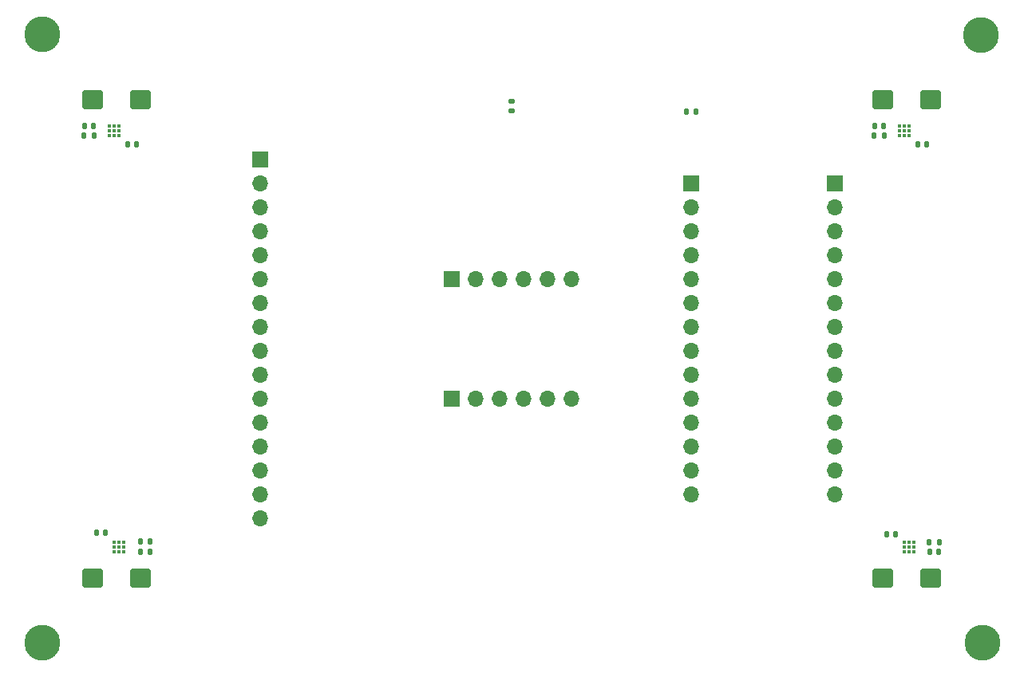
<source format=gbr>
%TF.GenerationSoftware,KiCad,Pcbnew,(5.99.0-12298-gc84619cd7f)*%
%TF.CreationDate,2021-09-28T06:55:20-06:00*%
%TF.ProjectId,VRduino 2,56526475-696e-46f2-9032-2e6b69636164,D*%
%TF.SameCoordinates,Original*%
%TF.FileFunction,Soldermask,Top*%
%TF.FilePolarity,Negative*%
%FSLAX46Y46*%
G04 Gerber Fmt 4.6, Leading zero omitted, Abs format (unit mm)*
G04 Created by KiCad (PCBNEW (5.99.0-12298-gc84619cd7f)) date 2021-09-28 06:55:20*
%MOMM*%
%LPD*%
G01*
G04 APERTURE LIST*
G04 Aperture macros list*
%AMRoundRect*
0 Rectangle with rounded corners*
0 $1 Rounding radius*
0 $2 $3 $4 $5 $6 $7 $8 $9 X,Y pos of 4 corners*
0 Add a 4 corners polygon primitive as box body*
4,1,4,$2,$3,$4,$5,$6,$7,$8,$9,$2,$3,0*
0 Add four circle primitives for the rounded corners*
1,1,$1+$1,$2,$3*
1,1,$1+$1,$4,$5*
1,1,$1+$1,$6,$7*
1,1,$1+$1,$8,$9*
0 Add four rect primitives between the rounded corners*
20,1,$1+$1,$2,$3,$4,$5,0*
20,1,$1+$1,$4,$5,$6,$7,0*
20,1,$1+$1,$6,$7,$8,$9,0*
20,1,$1+$1,$8,$9,$2,$3,0*%
G04 Aperture macros list end*
%ADD10C,0.368400*%
%ADD11C,3.800000*%
%ADD12RoundRect,0.140000X-0.140000X-0.170000X0.140000X-0.170000X0.140000X0.170000X-0.140000X0.170000X0*%
%ADD13RoundRect,0.140000X0.140000X0.170000X-0.140000X0.170000X-0.140000X-0.170000X0.140000X-0.170000X0*%
%ADD14RoundRect,0.250000X-0.850000X-0.750000X0.850000X-0.750000X0.850000X0.750000X-0.850000X0.750000X0*%
%ADD15RoundRect,0.250000X0.850000X0.750000X-0.850000X0.750000X-0.850000X-0.750000X0.850000X-0.750000X0*%
%ADD16R,1.700000X1.700000*%
%ADD17O,1.700000X1.700000*%
%ADD18RoundRect,0.135000X-0.135000X-0.185000X0.135000X-0.185000X0.135000X0.185000X-0.135000X0.185000X0*%
%ADD19RoundRect,0.135000X0.135000X0.185000X-0.135000X0.185000X-0.135000X-0.185000X0.135000X-0.185000X0*%
%ADD20RoundRect,0.147500X-0.172500X0.147500X-0.172500X-0.147500X0.172500X-0.147500X0.172500X0.147500X0*%
G04 APERTURE END LIST*
D10*
%TO.C,U3*%
X114816000Y-70112000D03*
X115316000Y-70112000D03*
X115816000Y-70112000D03*
X114816000Y-70612000D03*
X115316000Y-70612000D03*
X115816000Y-70612000D03*
X114816000Y-71112000D03*
X115316000Y-71112000D03*
X115816000Y-71112000D03*
%TD*%
%TO.C,U1*%
X198644000Y-70112000D03*
X199144000Y-70112000D03*
X199644000Y-70112000D03*
X198644000Y-70612000D03*
X199144000Y-70612000D03*
X199644000Y-70612000D03*
X198644000Y-71112000D03*
X199144000Y-71112000D03*
X199644000Y-71112000D03*
%TD*%
%TO.C,U2*%
X200144000Y-115308000D03*
X199644000Y-115308000D03*
X199144000Y-115308000D03*
X200144000Y-114808000D03*
X199644000Y-114808000D03*
X199144000Y-114808000D03*
X200144000Y-114308000D03*
X199644000Y-114308000D03*
X199144000Y-114308000D03*
%TD*%
%TO.C,U4*%
X116324000Y-115308000D03*
X115824000Y-115308000D03*
X115324000Y-115308000D03*
X116324000Y-114808000D03*
X115824000Y-114808000D03*
X115324000Y-114808000D03*
X116324000Y-114308000D03*
X115824000Y-114308000D03*
X115324000Y-114308000D03*
%TD*%
D11*
%TO.C,REF\u002A\u002A*%
X207264000Y-60452000D03*
%TD*%
%TO.C,REF\u002A\u002A*%
X207391000Y-124968000D03*
%TD*%
%TO.C,REF\u002A\u002A*%
X107696000Y-60325000D03*
%TD*%
%TO.C,REF\u002A\u002A*%
X107696000Y-124968000D03*
%TD*%
D12*
%TO.C,C6*%
X116741000Y-72009000D03*
X117701000Y-72009000D03*
%TD*%
%TO.C,C7*%
X118138000Y-115316000D03*
X119098000Y-115316000D03*
%TD*%
D13*
%TO.C,C8*%
X114399000Y-113284000D03*
X113439000Y-113284000D03*
%TD*%
%TO.C,C1*%
X196949000Y-70104000D03*
X195989000Y-70104000D03*
%TD*%
D12*
%TO.C,C2*%
X200533000Y-72009000D03*
X201493000Y-72009000D03*
%TD*%
%TO.C,C3*%
X201831000Y-115316000D03*
X202791000Y-115316000D03*
%TD*%
D13*
%TO.C,C4*%
X198191000Y-113411000D03*
X197231000Y-113411000D03*
%TD*%
D14*
%TO.C,D4*%
X113030000Y-67310000D03*
X118110000Y-67310000D03*
%TD*%
D15*
%TO.C,D5*%
X118110000Y-118110000D03*
X113030000Y-118110000D03*
%TD*%
D14*
%TO.C,D2*%
X196850000Y-67310000D03*
X201930000Y-67310000D03*
%TD*%
D15*
%TO.C,D3*%
X201930000Y-118110000D03*
X196850000Y-118110000D03*
%TD*%
D16*
%TO.C,J2*%
X191770000Y-76200000D03*
D17*
X191770000Y-78740000D03*
X191770000Y-81280000D03*
X191770000Y-83820000D03*
X191770000Y-86360000D03*
X191770000Y-88900000D03*
X191770000Y-91440000D03*
X191770000Y-93980000D03*
X191770000Y-96520000D03*
X191770000Y-99060000D03*
X191770000Y-101600000D03*
X191770000Y-104140000D03*
X191770000Y-106680000D03*
X191770000Y-109220000D03*
%TD*%
D16*
%TO.C,J3*%
X151130000Y-99060000D03*
D17*
X153670000Y-99060000D03*
X156210000Y-99060000D03*
X158750000Y-99060000D03*
X161290000Y-99060000D03*
X163830000Y-99060000D03*
%TD*%
D16*
%TO.C,J4*%
X151130000Y-86360000D03*
D17*
X153670000Y-86360000D03*
X156210000Y-86360000D03*
X158750000Y-86360000D03*
X161290000Y-86360000D03*
X163830000Y-86360000D03*
%TD*%
D16*
%TO.C,J5*%
X130810000Y-73660000D03*
D17*
X130810000Y-76200000D03*
X130810000Y-78740000D03*
X130810000Y-81280000D03*
X130810000Y-83820000D03*
X130810000Y-86360000D03*
X130810000Y-88900000D03*
X130810000Y-91440000D03*
X130810000Y-93980000D03*
X130810000Y-96520000D03*
X130810000Y-99060000D03*
X130810000Y-101600000D03*
X130810000Y-104140000D03*
X130810000Y-106680000D03*
X130810000Y-109220000D03*
X130810000Y-111760000D03*
%TD*%
D18*
%TO.C,R1*%
X176020000Y-68580000D03*
X177040000Y-68580000D03*
%TD*%
D19*
%TO.C,R4*%
X113159000Y-71120000D03*
X112139000Y-71120000D03*
%TD*%
D18*
%TO.C,R5*%
X118108000Y-114173000D03*
X119128000Y-114173000D03*
%TD*%
D19*
%TO.C,R2*%
X196979000Y-71120000D03*
X195959000Y-71120000D03*
%TD*%
D18*
%TO.C,R3*%
X201801000Y-114300000D03*
X202821000Y-114300000D03*
%TD*%
D13*
%TO.C,C5*%
X113129000Y-70104000D03*
X112169000Y-70104000D03*
%TD*%
D16*
%TO.C,J1*%
X176530000Y-76200000D03*
D17*
X176530000Y-78740000D03*
X176530000Y-81280000D03*
X176530000Y-83820000D03*
X176530000Y-86360000D03*
X176530000Y-88900000D03*
X176530000Y-91440000D03*
X176530000Y-93980000D03*
X176530000Y-96520000D03*
X176530000Y-99060000D03*
X176530000Y-101600000D03*
X176530000Y-104140000D03*
X176530000Y-106680000D03*
X176530000Y-109220000D03*
%TD*%
D20*
%TO.C,D1*%
X157480000Y-67460000D03*
X157480000Y-68430000D03*
%TD*%
M02*

</source>
